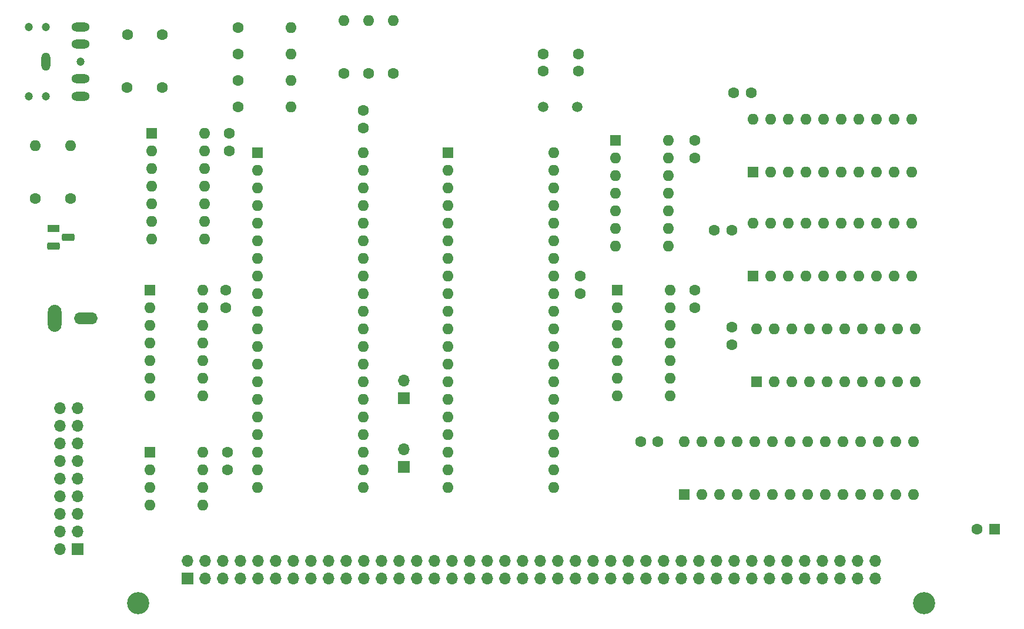
<source format=gts>
G04 #@! TF.GenerationSoftware,KiCad,Pcbnew,6.0.10-86aedd382b~118~ubuntu20.04.1*
G04 #@! TF.CreationDate,2023-01-16T18:18:11-05:00*
G04 #@! TF.ProjectId,TMS9918A_YM2149,544d5339-3931-4384-915f-594d32313439,1*
G04 #@! TF.SameCoordinates,Original*
G04 #@! TF.FileFunction,Soldermask,Top*
G04 #@! TF.FilePolarity,Negative*
%FSLAX46Y46*%
G04 Gerber Fmt 4.6, Leading zero omitted, Abs format (unit mm)*
G04 Created by KiCad (PCBNEW 6.0.10-86aedd382b~118~ubuntu20.04.1) date 2023-01-16 18:18:11*
%MOMM*%
%LPD*%
G01*
G04 APERTURE LIST*
G04 Aperture macros list*
%AMRoundRect*
0 Rectangle with rounded corners*
0 $1 Rounding radius*
0 $2 $3 $4 $5 $6 $7 $8 $9 X,Y pos of 4 corners*
0 Add a 4 corners polygon primitive as box body*
4,1,4,$2,$3,$4,$5,$6,$7,$8,$9,$2,$3,0*
0 Add four circle primitives for the rounded corners*
1,1,$1+$1,$2,$3*
1,1,$1+$1,$4,$5*
1,1,$1+$1,$6,$7*
1,1,$1+$1,$8,$9*
0 Add four rect primitives between the rounded corners*
20,1,$1+$1,$2,$3,$4,$5,0*
20,1,$1+$1,$4,$5,$6,$7,0*
20,1,$1+$1,$6,$7,$8,$9,0*
20,1,$1+$1,$8,$9,$2,$3,0*%
G04 Aperture macros list end*
%ADD10C,3.200000*%
%ADD11R,1.600000X1.600000*%
%ADD12C,1.600000*%
%ADD13R,1.700000X1.700000*%
%ADD14O,1.700000X1.700000*%
%ADD15O,1.600000X1.600000*%
%ADD16R,1.800000X1.100000*%
%ADD17RoundRect,0.275000X-0.625000X0.275000X-0.625000X-0.275000X0.625000X-0.275000X0.625000X0.275000X0*%
%ADD18C,1.500000*%
%ADD19O,1.950000X3.900000*%
%ADD20O,3.400000X1.700000*%
%ADD21C,1.200000*%
%ADD22O,1.308000X2.616000*%
%ADD23O,2.616000X1.308000*%
G04 APERTURE END LIST*
D10*
X195100000Y-144920000D03*
X81900000Y-144920000D03*
D11*
X205200000Y-134320000D03*
D12*
X202700000Y-134320000D03*
D13*
X88970000Y-141420000D03*
D14*
X88970000Y-138880000D03*
X91510000Y-141420000D03*
X91510000Y-138880000D03*
X94050000Y-141420000D03*
X94050000Y-138880000D03*
X96590000Y-141420000D03*
X96590000Y-138880000D03*
X99130000Y-141420000D03*
X99130000Y-138880000D03*
X101670000Y-141420000D03*
X101670000Y-138880000D03*
X104210000Y-141420000D03*
X104210000Y-138880000D03*
X106750000Y-141420000D03*
X106750000Y-138880000D03*
X109290000Y-141420000D03*
X109290000Y-138880000D03*
X111830000Y-141420000D03*
X111830000Y-138880000D03*
X114370000Y-141420000D03*
X114370000Y-138880000D03*
X116910000Y-141420000D03*
X116910000Y-138880000D03*
X119450000Y-141420000D03*
X119450000Y-138880000D03*
X121990000Y-141420000D03*
X121990000Y-138880000D03*
X124530000Y-141420000D03*
X124530000Y-138880000D03*
X127070000Y-141420000D03*
X127070000Y-138880000D03*
X129610000Y-141420000D03*
X129610000Y-138880000D03*
X132150000Y-141420000D03*
X132150000Y-138880000D03*
X134690000Y-141420000D03*
X134690000Y-138880000D03*
X137230000Y-141420000D03*
X137230000Y-138880000D03*
X139770000Y-141420000D03*
X139770000Y-138880000D03*
X142310000Y-141420000D03*
X142310000Y-138880000D03*
X144850000Y-141420000D03*
X144850000Y-138880000D03*
X147390000Y-141420000D03*
X147390000Y-138880000D03*
X149930000Y-141420000D03*
X149930000Y-138880000D03*
X152470000Y-141420000D03*
X152470000Y-138880000D03*
X155010000Y-141420000D03*
X155010000Y-138880000D03*
X157550000Y-141420000D03*
X157550000Y-138880000D03*
X160090000Y-141420000D03*
X160090000Y-138880000D03*
X162630000Y-141420000D03*
X162630000Y-138880000D03*
X165170000Y-141420000D03*
X165170000Y-138880000D03*
X167710000Y-141420000D03*
X167710000Y-138880000D03*
X170250000Y-141420000D03*
X170250000Y-138880000D03*
X172790000Y-141420000D03*
X172790000Y-138880000D03*
X175330000Y-141420000D03*
X175330000Y-138880000D03*
X177870000Y-141420000D03*
X177870000Y-138880000D03*
X180410000Y-141420000D03*
X180410000Y-138880000D03*
X182950000Y-141420000D03*
X182950000Y-138880000D03*
X185490000Y-141420000D03*
X185490000Y-138880000D03*
X188030000Y-141420000D03*
X188030000Y-138880000D03*
D11*
X83576000Y-123200000D03*
D15*
X83576000Y-125740000D03*
X83576000Y-128280000D03*
X83576000Y-130820000D03*
X91196000Y-130820000D03*
X91196000Y-128280000D03*
X91196000Y-125740000D03*
X91196000Y-123200000D03*
D16*
X69704000Y-90932000D03*
D17*
X71774000Y-92202000D03*
X69704000Y-93472000D03*
D12*
X115062000Y-68580000D03*
D15*
X115062000Y-60960000D03*
D12*
X96266000Y-65786000D03*
D15*
X103886000Y-65786000D03*
D12*
X145288000Y-65786000D03*
X145288000Y-68286000D03*
X85344000Y-62992000D03*
X80344000Y-62992000D03*
D11*
X170454000Y-82814000D03*
D15*
X172994000Y-82814000D03*
X175534000Y-82814000D03*
X178074000Y-82814000D03*
X180614000Y-82814000D03*
X183154000Y-82814000D03*
X185694000Y-82814000D03*
X188234000Y-82814000D03*
X190774000Y-82814000D03*
X193314000Y-82814000D03*
X193314000Y-75194000D03*
X190774000Y-75194000D03*
X188234000Y-75194000D03*
X185694000Y-75194000D03*
X183154000Y-75194000D03*
X180614000Y-75194000D03*
X178074000Y-75194000D03*
X175534000Y-75194000D03*
X172994000Y-75194000D03*
X170454000Y-75194000D03*
D12*
X94742000Y-123210000D03*
X94742000Y-125710000D03*
X96266000Y-73406000D03*
D15*
X103886000Y-73406000D03*
D11*
X170454000Y-97790000D03*
D15*
X172994000Y-97790000D03*
X175534000Y-97790000D03*
X178074000Y-97790000D03*
X180614000Y-97790000D03*
X183154000Y-97790000D03*
X185694000Y-97790000D03*
X188234000Y-97790000D03*
X190774000Y-97790000D03*
X193314000Y-97790000D03*
X193314000Y-90170000D03*
X190774000Y-90170000D03*
X188234000Y-90170000D03*
X185694000Y-90170000D03*
X183154000Y-90170000D03*
X180614000Y-90170000D03*
X178074000Y-90170000D03*
X175534000Y-90170000D03*
X172994000Y-90170000D03*
X170454000Y-90170000D03*
D12*
X118618000Y-68580000D03*
D15*
X118618000Y-60960000D03*
D12*
X156733000Y-121696000D03*
X154233000Y-121696000D03*
D11*
X160528000Y-129286000D03*
D15*
X163068000Y-129286000D03*
X165608000Y-129286000D03*
X168148000Y-129286000D03*
X170688000Y-129286000D03*
X173228000Y-129286000D03*
X175768000Y-129286000D03*
X178308000Y-129286000D03*
X180848000Y-129286000D03*
X183388000Y-129286000D03*
X185928000Y-129286000D03*
X188468000Y-129286000D03*
X191008000Y-129286000D03*
X193548000Y-129286000D03*
X193548000Y-121666000D03*
X191008000Y-121666000D03*
X188468000Y-121666000D03*
X185928000Y-121666000D03*
X183388000Y-121666000D03*
X180848000Y-121666000D03*
X178308000Y-121666000D03*
X175768000Y-121666000D03*
X173228000Y-121666000D03*
X170688000Y-121666000D03*
X168148000Y-121666000D03*
X165608000Y-121666000D03*
X163068000Y-121666000D03*
X160528000Y-121666000D03*
D18*
X140208000Y-73406000D03*
X145108000Y-73406000D03*
D19*
X69850000Y-103886000D03*
D20*
X74350000Y-103886000D03*
D12*
X170175000Y-71384000D03*
X167675000Y-71384000D03*
X145542000Y-97810000D03*
X145542000Y-100310000D03*
X96266000Y-61976000D03*
D15*
X103886000Y-61976000D03*
D12*
X67056000Y-86614000D03*
D15*
X67056000Y-78994000D03*
D11*
X83830000Y-77211000D03*
D15*
X83830000Y-79751000D03*
X83830000Y-82291000D03*
X83830000Y-84831000D03*
X83830000Y-87371000D03*
X83830000Y-89911000D03*
X83830000Y-92451000D03*
X91450000Y-92451000D03*
X91450000Y-89911000D03*
X91450000Y-87371000D03*
X91450000Y-84831000D03*
X91450000Y-82291000D03*
X91450000Y-79751000D03*
X91450000Y-77211000D03*
D11*
X150632000Y-78227000D03*
D15*
X150632000Y-80767000D03*
X150632000Y-83307000D03*
X150632000Y-85847000D03*
X150632000Y-88387000D03*
X150632000Y-90927000D03*
X150632000Y-93467000D03*
X158252000Y-93467000D03*
X158252000Y-90927000D03*
X158252000Y-88387000D03*
X158252000Y-85847000D03*
X158252000Y-83307000D03*
X158252000Y-80767000D03*
X158252000Y-78227000D03*
D13*
X120142000Y-125272000D03*
D14*
X120142000Y-122732000D03*
D12*
X94488000Y-99842000D03*
X94488000Y-102342000D03*
D13*
X73157000Y-137150000D03*
D14*
X70617000Y-137150000D03*
X73157000Y-134610000D03*
X70617000Y-134610000D03*
X73157000Y-132070000D03*
X70617000Y-132070000D03*
X73157000Y-129530000D03*
X70617000Y-129530000D03*
X73157000Y-126990000D03*
X70617000Y-126990000D03*
X73157000Y-124450000D03*
X70617000Y-124450000D03*
X73157000Y-121910000D03*
X70617000Y-121910000D03*
X73157000Y-119370000D03*
X70617000Y-119370000D03*
X73157000Y-116830000D03*
X70617000Y-116830000D03*
D11*
X99060000Y-80010000D03*
D15*
X99060000Y-82550000D03*
X99060000Y-85090000D03*
X99060000Y-87630000D03*
X99060000Y-90170000D03*
X99060000Y-92710000D03*
X99060000Y-95250000D03*
X99060000Y-97790000D03*
X99060000Y-100330000D03*
X99060000Y-102870000D03*
X99060000Y-105410000D03*
X99060000Y-107950000D03*
X99060000Y-110490000D03*
X99060000Y-113030000D03*
X99060000Y-115570000D03*
X99060000Y-118110000D03*
X99060000Y-120650000D03*
X99060000Y-123190000D03*
X99060000Y-125730000D03*
X99060000Y-128270000D03*
X114300000Y-128270000D03*
X114300000Y-125730000D03*
X114300000Y-123190000D03*
X114300000Y-120650000D03*
X114300000Y-118110000D03*
X114300000Y-115570000D03*
X114300000Y-113030000D03*
X114300000Y-110490000D03*
X114300000Y-107950000D03*
X114300000Y-105410000D03*
X114300000Y-102870000D03*
X114300000Y-100330000D03*
X114300000Y-97790000D03*
X114300000Y-95250000D03*
X114300000Y-92710000D03*
X114300000Y-90170000D03*
X114300000Y-87630000D03*
X114300000Y-85090000D03*
X114300000Y-82550000D03*
X114300000Y-80010000D03*
D11*
X150876000Y-99822000D03*
D15*
X150876000Y-102362000D03*
X150876000Y-104902000D03*
X150876000Y-107442000D03*
X150876000Y-109982000D03*
X150876000Y-112522000D03*
X150876000Y-115062000D03*
X158496000Y-115062000D03*
X158496000Y-112522000D03*
X158496000Y-109982000D03*
X158496000Y-107442000D03*
X158496000Y-104902000D03*
X158496000Y-102362000D03*
X158496000Y-99822000D03*
D12*
X96266000Y-69596000D03*
D15*
X103886000Y-69596000D03*
D12*
X111506000Y-68580000D03*
D15*
X111506000Y-60960000D03*
D11*
X170962000Y-113030000D03*
D15*
X173502000Y-113030000D03*
X176042000Y-113030000D03*
X178582000Y-113030000D03*
X181122000Y-113030000D03*
X183662000Y-113030000D03*
X186202000Y-113030000D03*
X188742000Y-113030000D03*
X191282000Y-113030000D03*
X193822000Y-113030000D03*
X193822000Y-105410000D03*
X191282000Y-105410000D03*
X188742000Y-105410000D03*
X186202000Y-105410000D03*
X183662000Y-105410000D03*
X181122000Y-105410000D03*
X178582000Y-105410000D03*
X176042000Y-105410000D03*
X173502000Y-105410000D03*
X170962000Y-105410000D03*
D12*
X85304000Y-70612000D03*
X80304000Y-70612000D03*
X114300000Y-76434000D03*
X114300000Y-73934000D03*
X140208000Y-65786000D03*
X140208000Y-68286000D03*
X94996000Y-77236000D03*
X94996000Y-79736000D03*
X167381000Y-105166000D03*
X167381000Y-107666000D03*
X72136000Y-86614000D03*
D15*
X72136000Y-78994000D03*
D11*
X83576000Y-99817000D03*
D15*
X83576000Y-102357000D03*
X83576000Y-104897000D03*
X83576000Y-107437000D03*
X83576000Y-109977000D03*
X83576000Y-112517000D03*
X83576000Y-115057000D03*
X91196000Y-115057000D03*
X91196000Y-112517000D03*
X91196000Y-109977000D03*
X91196000Y-107437000D03*
X91196000Y-104897000D03*
X91196000Y-102357000D03*
X91196000Y-99817000D03*
D13*
X120142000Y-115366000D03*
D14*
X120142000Y-112826000D03*
D11*
X126487000Y-80015000D03*
D15*
X126487000Y-82555000D03*
X126487000Y-85095000D03*
X126487000Y-87635000D03*
X126487000Y-90175000D03*
X126487000Y-92715000D03*
X126487000Y-95255000D03*
X126487000Y-97795000D03*
X126487000Y-100335000D03*
X126487000Y-102875000D03*
X126487000Y-105415000D03*
X126487000Y-107955000D03*
X126487000Y-110495000D03*
X126487000Y-113035000D03*
X126487000Y-115575000D03*
X126487000Y-118115000D03*
X126487000Y-120655000D03*
X126487000Y-123195000D03*
X126487000Y-125735000D03*
X126487000Y-128275000D03*
X141727000Y-128275000D03*
X141727000Y-125735000D03*
X141727000Y-123195000D03*
X141727000Y-120655000D03*
X141727000Y-118115000D03*
X141727000Y-115575000D03*
X141727000Y-113035000D03*
X141727000Y-110495000D03*
X141727000Y-107955000D03*
X141727000Y-105415000D03*
X141727000Y-102875000D03*
X141727000Y-100335000D03*
X141727000Y-97795000D03*
X141727000Y-95255000D03*
X141727000Y-92715000D03*
X141727000Y-90175000D03*
X141727000Y-87635000D03*
X141727000Y-85095000D03*
X141727000Y-82555000D03*
X141727000Y-80015000D03*
D21*
X68588000Y-71880500D03*
X73588000Y-66880500D03*
X66088000Y-71880500D03*
X68588000Y-61880500D03*
X66088000Y-61880500D03*
D22*
X68588000Y-66880500D03*
D23*
X73588000Y-71880500D03*
X73588000Y-61880500D03*
X73588000Y-69380500D03*
X73588000Y-64380500D03*
D12*
X167381000Y-91196000D03*
X164881000Y-91196000D03*
X162052000Y-78252000D03*
X162052000Y-80752000D03*
X162052000Y-99842000D03*
X162052000Y-102342000D03*
M02*

</source>
